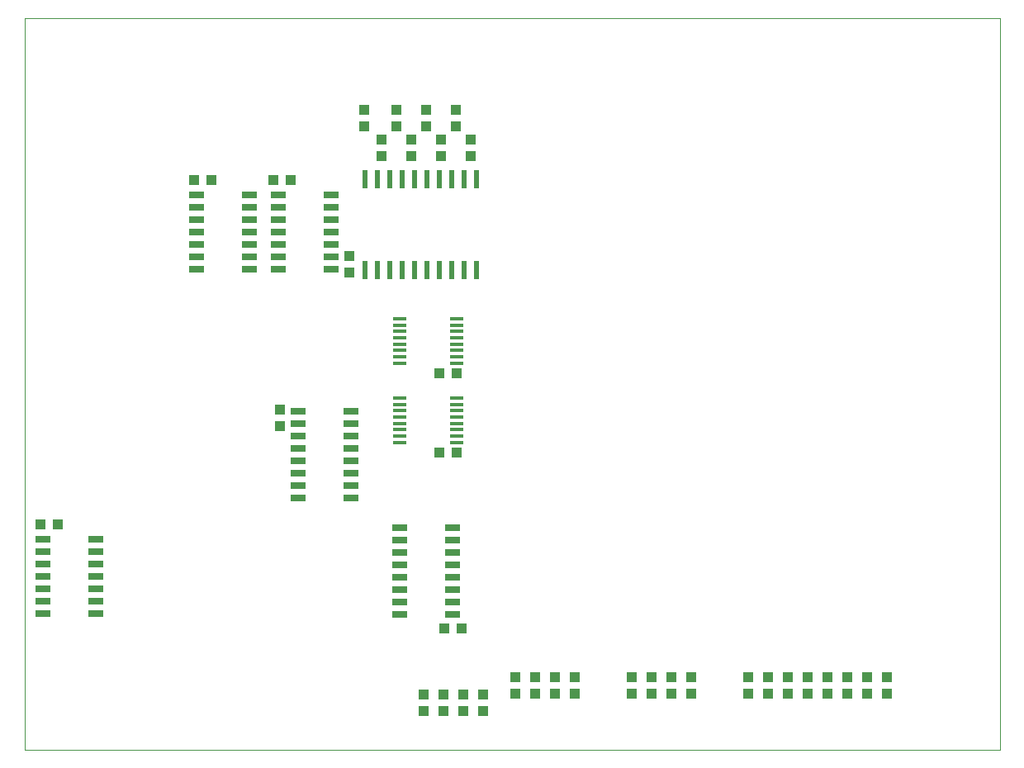
<source format=gbp>
G75*
%MOIN*%
%OFA0B0*%
%FSLAX25Y25*%
%IPPOS*%
%LPD*%
%AMOC8*
5,1,8,0,0,1.08239X$1,22.5*
%
%ADD10C,0.00000*%
%ADD11R,0.04331X0.03937*%
%ADD12R,0.03937X0.04331*%
%ADD13R,0.06004X0.02559*%
%ADD14R,0.05800X0.01400*%
%ADD15R,0.02200X0.07800*%
D10*
X0056249Y0048303D02*
X0056249Y0343579D01*
X0449950Y0343579D01*
X0449950Y0048303D01*
X0056249Y0048303D01*
D11*
X0062902Y0139303D03*
X0069595Y0139303D03*
X0217249Y0070650D03*
X0225249Y0070650D03*
X0225249Y0063957D03*
X0217249Y0063957D03*
X0233249Y0063957D03*
X0233249Y0070650D03*
X0241249Y0070650D03*
X0241249Y0063957D03*
X0254249Y0070957D03*
X0254249Y0077650D03*
X0262249Y0077650D03*
X0270249Y0077650D03*
X0270249Y0070957D03*
X0262249Y0070957D03*
X0278249Y0070957D03*
X0278249Y0077650D03*
X0301249Y0077650D03*
X0301249Y0070957D03*
X0309249Y0070957D03*
X0309249Y0077650D03*
X0317249Y0077650D03*
X0317249Y0070957D03*
X0325249Y0070957D03*
X0325249Y0077650D03*
X0348249Y0077650D03*
X0356249Y0077650D03*
X0356249Y0070957D03*
X0348249Y0070957D03*
X0364249Y0070957D03*
X0364249Y0077650D03*
X0372249Y0077650D03*
X0372249Y0070957D03*
X0380249Y0070957D03*
X0388249Y0070957D03*
X0388249Y0077650D03*
X0380249Y0077650D03*
X0396249Y0077650D03*
X0396249Y0070957D03*
X0404249Y0070957D03*
X0404249Y0077650D03*
X0232595Y0097303D03*
X0225902Y0097303D03*
X0223902Y0168303D03*
X0230595Y0168303D03*
X0230595Y0200303D03*
X0223902Y0200303D03*
X0163595Y0278303D03*
X0156902Y0278303D03*
X0131595Y0278303D03*
X0124902Y0278303D03*
X0193249Y0299957D03*
X0193249Y0306650D03*
X0206249Y0306650D03*
X0206249Y0299957D03*
X0212249Y0294650D03*
X0212249Y0287957D03*
X0200249Y0287957D03*
X0200249Y0294650D03*
X0218249Y0299957D03*
X0224249Y0294650D03*
X0230249Y0299957D03*
X0230249Y0306650D03*
X0218249Y0306650D03*
X0236249Y0294650D03*
X0236249Y0287957D03*
X0224249Y0287957D03*
D12*
X0187249Y0247650D03*
X0187249Y0240957D03*
X0159249Y0185650D03*
X0159249Y0178957D03*
D13*
X0166572Y0179803D03*
X0166572Y0184803D03*
X0166572Y0174803D03*
X0166572Y0169803D03*
X0166572Y0164803D03*
X0166572Y0159803D03*
X0166572Y0154803D03*
X0166572Y0149803D03*
X0187926Y0149803D03*
X0187926Y0154803D03*
X0187926Y0159803D03*
X0187926Y0164803D03*
X0187926Y0169803D03*
X0187926Y0174803D03*
X0187926Y0179803D03*
X0187926Y0184803D03*
X0207572Y0137803D03*
X0207572Y0132803D03*
X0207572Y0127803D03*
X0207572Y0122803D03*
X0207572Y0117803D03*
X0207572Y0112803D03*
X0207572Y0107803D03*
X0207572Y0102803D03*
X0228926Y0102803D03*
X0228926Y0107803D03*
X0228926Y0112803D03*
X0228926Y0117803D03*
X0228926Y0122803D03*
X0228926Y0127803D03*
X0228926Y0132803D03*
X0228926Y0137803D03*
X0179926Y0242303D03*
X0179926Y0247303D03*
X0179926Y0252303D03*
X0179926Y0257303D03*
X0179926Y0262303D03*
X0179926Y0267303D03*
X0179926Y0272303D03*
X0158572Y0272303D03*
X0158572Y0267303D03*
X0158572Y0262303D03*
X0158572Y0257303D03*
X0158572Y0252303D03*
X0158572Y0247303D03*
X0158572Y0242303D03*
X0146926Y0242303D03*
X0146926Y0247303D03*
X0146926Y0252303D03*
X0146926Y0257303D03*
X0146926Y0262303D03*
X0146926Y0267303D03*
X0146926Y0272303D03*
X0125572Y0272303D03*
X0125572Y0267303D03*
X0125572Y0262303D03*
X0125572Y0257303D03*
X0125572Y0252303D03*
X0125572Y0247303D03*
X0125572Y0242303D03*
X0084926Y0133303D03*
X0084926Y0128303D03*
X0084926Y0123303D03*
X0084926Y0118303D03*
X0084926Y0113303D03*
X0084926Y0108303D03*
X0084926Y0103303D03*
X0063572Y0103303D03*
X0063572Y0108303D03*
X0063572Y0113303D03*
X0063572Y0118303D03*
X0063572Y0123303D03*
X0063572Y0128303D03*
X0063572Y0133303D03*
D14*
X0207749Y0172303D03*
X0207749Y0174903D03*
X0207749Y0177503D03*
X0207749Y0180003D03*
X0207749Y0182603D03*
X0207749Y0185103D03*
X0207749Y0187703D03*
X0207749Y0190303D03*
X0207749Y0204303D03*
X0207749Y0206903D03*
X0207749Y0209503D03*
X0207749Y0212003D03*
X0207749Y0214603D03*
X0207749Y0217103D03*
X0207749Y0219703D03*
X0207749Y0222303D03*
X0230749Y0222303D03*
X0230749Y0219703D03*
X0230749Y0217103D03*
X0230749Y0214603D03*
X0230749Y0212003D03*
X0230749Y0209503D03*
X0230749Y0206903D03*
X0230749Y0204303D03*
X0230749Y0190303D03*
X0230749Y0187703D03*
X0230749Y0185103D03*
X0230749Y0182603D03*
X0230749Y0180003D03*
X0230749Y0177503D03*
X0230749Y0174903D03*
X0230749Y0172303D03*
D15*
X0228749Y0241903D03*
X0233749Y0241903D03*
X0238749Y0241903D03*
X0223749Y0241903D03*
X0218749Y0241903D03*
X0213749Y0241903D03*
X0208749Y0241903D03*
X0203749Y0241903D03*
X0198749Y0241903D03*
X0193749Y0241903D03*
X0193749Y0278703D03*
X0198749Y0278703D03*
X0203749Y0278703D03*
X0208749Y0278703D03*
X0213749Y0278703D03*
X0218749Y0278703D03*
X0223749Y0278703D03*
X0228749Y0278703D03*
X0233749Y0278703D03*
X0238749Y0278703D03*
M02*

</source>
